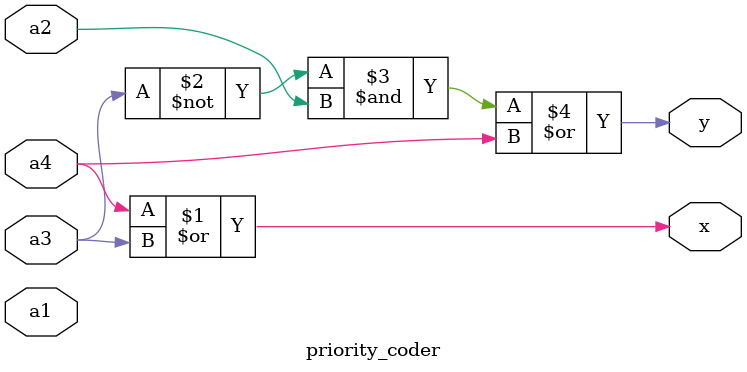
<source format=v>
module priority_coder (
    input a1,
    input a2,
    input a3,
    input a4,
    output x, 
    output y
);
    assign x =  a4 | a3;
    assign y = ((~a3)& a2) | a4;
endmodule
</source>
